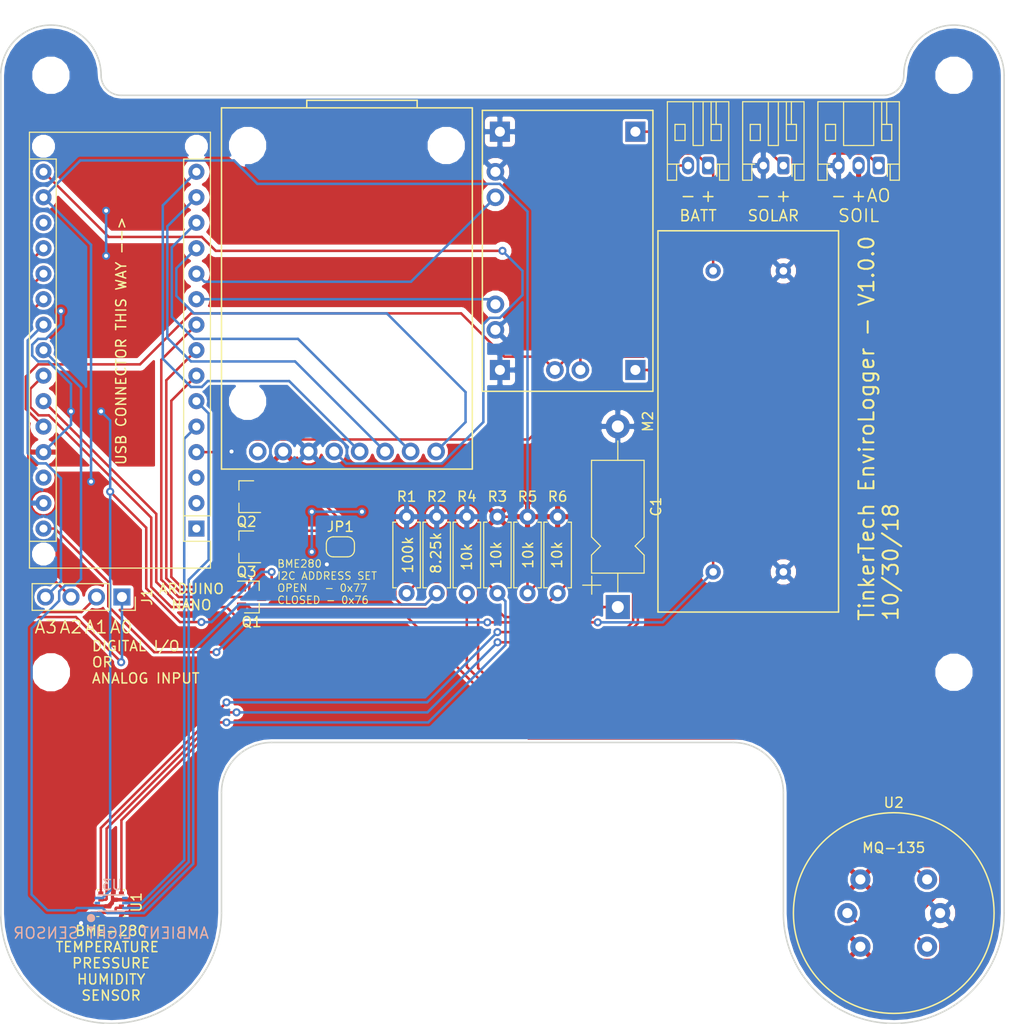
<source format=kicad_pcb>
(kicad_pcb (version 20171130) (host pcbnew "(5.0.1)-3")
  (layers (0 F.Cu signal) (31 B.Cu signal) (34 B.Paste user) (35 F.Paste user) (36 B.SilkS user) (37 F.SilkS user) (38 B.Mask user) (39 F.Mask user) (44 Edge.Cuts user))
  (net 0 "")
  (net 1 D1)
  (net 2 +3V3)
  (net 3 D0)
  (net 4 "Net-(A1-Pad18)")
  (net 5 "Net-(A1-Pad3)")
  (net 6 "Net-(A1-Pad19)")
  (net 7 "Net-(A1-Pad20)")
  (net 8 GAIN_CTR_1)
  (net 9 "Net-(A1-Pad21)")
  (net 10 GAIN_CTR_2)
  (net 11 "Net-(A1-Pad22)")
  (net 12 SDA_5V)
  (net 13 SCK_5V)
  (net 14 MQ-150_OUT)
  (net 15 MQ-150_Toggle)
  (net 16 SOIL_MOISTURE_OUT)
  (net 17 CHG_ACTIVE)
  (net 18 BATT+)
  (net 19 CHG_STBY)
  (net 20 +5V)
  (net 21 CARD_DETECT)
  (net 22 "Net-(A1-Pad28)")
  (net 23 SPI_SS)
  (net 24 SPI_MOSI)
  (net 25 NANO_VIN)
  (net 26 SPI_MISO)
  (net 27 SPI_CLK)
  (net 28 BATT-)
  (net 29 SOLAR+)
  (net 30 "Net-(JP1-Pad1)")
  (net 31 "Net-(M3-Pad8)")
  (net 32 "Net-(Q1-Pad2)")
  (net 33 SDA_3.3V)
  (net 34 SCK_3.3V)
  (net 35 "Net-(R4-Pad1)")
  (net 36 "Net-(U3-Pad4)")
  (net 37 GND)
  (net 38 LIGHT_SENSE_CURRENT)
  (module Module:Arduino_Nano_WithMountingHoles (layer F.Cu) (at 31.5 148.68 180)
    (fp_text reference A1 hide)
    (fp_text value Arduino_Nano_v3.x)
    (pad 1 thru_hole rect (at 0 0 180) (size 1.6 1.6) (drill 0.8) (layers *.Cu *.Mask) (net 1 D1))
    (pad 17 thru_hole oval (at 15.24 33.02 180) (size 1.6 1.6) (drill 0.8) (layers *.Cu *.Mask) (net 2 +3V3))
    (pad 2 thru_hole oval (at 0 2.54 180) (size 1.6 1.6) (drill 0.8) (layers *.Cu *.Mask) (net 3 D0))
    (pad 18 thru_hole oval (at 15.24 30.48 180) (size 1.6 1.6) (drill 0.8) (layers *.Cu *.Mask) (net 4 "Net-(A1-Pad18)"))
    (pad 3 thru_hole oval (at 0 5.08 180) (size 1.6 1.6) (drill 0.8) (layers *.Cu *.Mask) (net 5 "Net-(A1-Pad3)"))
    (pad 19 thru_hole oval (at 15.24 27.94 180) (size 1.6 1.6) (drill 0.8) (layers *.Cu *.Mask) (net 6 "Net-(A1-Pad19)"))
    (pad 4 thru_hole oval (at 0 7.62 180) (size 1.6 1.6) (drill 0.8) (layers *.Cu *.Mask) (net 37 GND))
    (pad 20 thru_hole oval (at 15.24 25.4 180) (size 1.6 1.6) (drill 0.8) (layers *.Cu *.Mask) (net 7 "Net-(A1-Pad20)"))
    (pad 5 thru_hole oval (at 0 10.16 180) (size 1.6 1.6) (drill 0.8) (layers *.Cu *.Mask) (net 8 GAIN_CTR_1))
    (pad 21 thru_hole oval (at 15.24 22.86 180) (size 1.6 1.6) (drill 0.8) (layers *.Cu *.Mask) (net 9 "Net-(A1-Pad21)"))
    (pad 6 thru_hole oval (at 0 12.7 180) (size 1.6 1.6) (drill 0.8) (layers *.Cu *.Mask) (net 10 GAIN_CTR_2))
    (pad 22 thru_hole oval (at 15.24 20.32 180) (size 1.6 1.6) (drill 0.8) (layers *.Cu *.Mask) (net 11 "Net-(A1-Pad22)"))
    (pad 7 thru_hole oval (at 0 15.24 180) (size 1.6 1.6) (drill 0.8) (layers *.Cu *.Mask) (net 12 SDA_5V))
    (pad 23 thru_hole oval (at 15.24 17.78 180) (size 1.6 1.6) (drill 0.8) (layers *.Cu *.Mask) (net 38 LIGHT_SENSE_CURRENT))
    (pad 8 thru_hole oval (at 0 17.78 180) (size 1.6 1.6) (drill 0.8) (layers *.Cu *.Mask) (net 13 SCK_5V))
    (pad 24 thru_hole oval (at 15.24 15.24 180) (size 1.6 1.6) (drill 0.8) (layers *.Cu *.Mask) (net 14 MQ-150_OUT))
    (pad 9 thru_hole oval (at 0 20.32 180) (size 1.6 1.6) (drill 0.8) (layers *.Cu *.Mask) (net 15 MQ-150_Toggle))
    (pad 25 thru_hole oval (at 15.24 12.7 180) (size 1.6 1.6) (drill 0.8) (layers *.Cu *.Mask) (net 16 SOIL_MOISTURE_OUT))
    (pad 10 thru_hole oval (at 0 22.86 180) (size 1.6 1.6) (drill 0.8) (layers *.Cu *.Mask) (net 17 CHG_ACTIVE))
    (pad 26 thru_hole oval (at 15.24 10.16 180) (size 1.6 1.6) (drill 0.8) (layers *.Cu *.Mask) (net 18 BATT+))
    (pad 11 thru_hole oval (at 0 25.4 180) (size 1.6 1.6) (drill 0.8) (layers *.Cu *.Mask) (net 19 CHG_STBY))
    (pad 27 thru_hole oval (at 15.24 7.62 180) (size 1.6 1.6) (drill 0.8) (layers *.Cu *.Mask) (net 20 +5V))
    (pad 12 thru_hole oval (at 0 27.94 180) (size 1.6 1.6) (drill 0.8) (layers *.Cu *.Mask) (net 21 CARD_DETECT))
    (pad 28 thru_hole oval (at 15.24 5.08 180) (size 1.6 1.6) (drill 0.8) (layers *.Cu *.Mask) (net 22 "Net-(A1-Pad28)"))
    (pad 13 thru_hole oval (at 0 30.48 180) (size 1.6 1.6) (drill 0.8) (layers *.Cu *.Mask) (net 23 SPI_SS))
    (pad 29 thru_hole oval (at 15.24 2.54 180) (size 1.6 1.6) (drill 0.8) (layers *.Cu *.Mask) (net 37 GND))
    (pad 14 thru_hole oval (at 0 33.02 180) (size 1.6 1.6) (drill 0.8) (layers *.Cu *.Mask) (net 24 SPI_MOSI))
    (pad 30 thru_hole oval (at 15.24 0 180) (size 1.6 1.6) (drill 0.8) (layers *.Cu *.Mask) (net 25 NANO_VIN))
    (pad 15 thru_hole oval (at 0 35.56 180) (size 1.6 1.6) (drill 0.8) (layers *.Cu *.Mask) (net 26 SPI_MISO))
    (pad 16 thru_hole oval (at 15.24 35.56 180) (size 1.6 1.6) (drill 0.8) (layers *.Cu *.Mask) (net 27 SPI_CLK))
    (pad "" np_thru_hole circle (at 0 -2.54 180) (size 1.78 1.78) (drill 1.78) (layers *.Cu *.Mask))
    (pad "" np_thru_hole circle (at 15.24 -2.54 180) (size 1.78 1.78) (drill 1.78) (layers *.Cu *.Mask))
    (pad "" np_thru_hole circle (at 15.24 38.1 180) (size 1.78 1.78) (drill 1.78) (layers *.Cu *.Mask))
    (pad "" np_thru_hole circle (at 0 38.1 180) (size 1.78 1.78) (drill 1.78) (layers *.Cu *.Mask))
  )
  (module MountingHole:MountingHole_3.2mm_M3 (layer F.Cu) (at 17 163)
    (fp_text reference REF**)
    (fp_text value MountingHole_3.2mm_M3)
    (pad 1 np_thru_hole circle (at 0 0) (size 3.2 3.2) (drill 3.2) (layers *.Cu *.Mask))
  )
  (module MountingHole:MountingHole_3.2mm_M3 (layer F.Cu) (at 17 103.5)
    (fp_text reference REF**)
    (fp_text value MountingHole_3.2mm_M3)
    (pad 1 np_thru_hole circle (at 0 0) (size 3.2 3.2) (drill 3.2) (layers *.Cu *.Mask))
  )
  (module TT_Module:RobotDyn_Li-Ion_Charger_W-Protection (layer F.Cu) (at 68.5 121 270)
    (fp_text reference M1 hide)
    (fp_text value RobotDyn_Li-Ion_Charger_W-Protection)
    (pad 1 thru_hole rect (at -11.875 -6.75 270) (size 2 2) (drill 1) (layers *.Cu *.Mask) (net 29 SOLAR+))
    (pad 2 thru_hole rect (at -11.875 6.75 270) (size 2 2) (drill 1) (layers *.Cu *.Mask) (net 37 GND))
    (pad 3 thru_hole circle (at -7.875 7.2 270) (size 1.75 1.75) (drill 1) (layers *.Cu *.Mask) (net 37 GND))
    (pad 4 thru_hole circle (at -5.335 7.2 270) (size 1.75 1.75) (drill 1) (layers *.Cu *.Mask) (net 19 CHG_STBY))
    (pad 5 thru_hole circle (at 5.335 7.2 270) (size 1.75 1.75) (drill 1) (layers *.Cu *.Mask) (net 17 CHG_ACTIVE))
    (pad 6 thru_hole circle (at 7.875 7.2 270) (size 1.75 1.75) (drill 1) (layers *.Cu *.Mask) (net 37 GND))
    (pad 7 thru_hole rect (at 11.875 6.75 270) (size 2 2) (drill 1) (layers *.Cu *.Mask) (net 37 GND))
    (pad 8 thru_hole circle (at 11.875 1.27 270) (size 1.75 1.75) (drill 1) (layers *.Cu *.Mask) (net 18 BATT+))
    (pad 9 thru_hole circle (at 11.875 -1.27 270) (size 1.75 1.75) (drill 1) (layers *.Cu *.Mask) (net 28 BATT-))
    (pad 10 thru_hole rect (at 11.875 -6.75 270) (size 2 2) (drill 1) (layers *.Cu *.Mask) (net 25 NANO_VIN))
  )
  (module Connector_JST:JST_PH_S2B-PH-K_1x02_P2.00mm_Horizontal (layer F.Cu) (at 82.5 112.5 180)
    (fp_text reference J4 hide)
    (fp_text value Conn_01x02_Male)
    (pad 1 thru_hole roundrect (at 0 0 180) (size 1.2 1.75) (drill 0.75) (layers *.Cu *.Mask) (roundrect_rratio 0.208333) (net 18 BATT+))
    (pad 2 thru_hole oval (at 2 0 180) (size 1.2 1.75) (drill 0.75) (layers *.Cu *.Mask) (net 28 BATT-))
  )
  (module MountingHole:MountingHole_3.2mm_M3 (layer F.Cu) (at 107 103.5)
    (fp_text reference REF**)
    (fp_text value MountingHole_3.2mm_M3)
    (pad 1 np_thru_hole circle (at 0 0) (size 3.2 3.2) (drill 3.2) (layers *.Cu *.Mask))
  )
  (module MountingHole:MountingHole_3.2mm_M3 (layer F.Cu) (at 107 163)
    (fp_text reference REF**)
    (fp_text value MountingHole_3.2mm_M3)
    (pad 1 np_thru_hole circle (at 0 0) (size 3.2 3.2) (drill 3.2) (layers *.Cu *.Mask))
  )
  (module Connector_JST:JST_PH_S3B-PH-K_1x03_P2.00mm_Horizontal (layer F.Cu) (at 99.5 112.5 180)
    (fp_text reference J3 hide)
    (fp_text value Conn_01x03_Male)
    (pad 1 thru_hole roundrect (at 0 0 180) (size 1.2 1.75) (drill 0.75) (layers *.Cu *.Mask) (roundrect_rratio 0.208333) (net 16 SOIL_MOISTURE_OUT))
    (pad 2 thru_hole oval (at 2 0 180) (size 1.2 1.75) (drill 0.75) (layers *.Cu *.Mask) (net 20 +5V))
    (pad 3 thru_hole oval (at 4 0 180) (size 1.2 1.75) (drill 0.75) (layers *.Cu *.Mask) (net 37 GND))
  )
  (module Connector_JST:JST_PH_S2B-PH-K_1x02_P2.00mm_Horizontal (layer F.Cu) (at 90 112.5 180)
    (fp_text reference J5 hide)
    (fp_text value Conn_01x02_Male)
    (pad 1 thru_hole roundrect (at 0 0 180) (size 1.2 1.75) (drill 0.75) (layers *.Cu *.Mask) (roundrect_rratio 0.208333) (net 29 SOLAR+))
    (pad 2 thru_hole oval (at 2 0 180) (size 1.2 1.75) (drill 0.75) (layers *.Cu *.Mask) (net 37 GND))
  )
  (module Jumper:SolderJumper-2_P1.3mm_Open_RoundedPad1.0x1.5mm (layer F.Cu) (at 45.85 150.5 180)
    (fp_text reference JP1 (at 0 2 180) (layer F.SilkS))
    (fp_text value SolderJumper_2_Open)
    (pad 1 smd custom (at -0.65 0 180) (size 1 0.5) (layers F.Cu F.Mask) (net 30 "Net-(JP1-Pad1)") (options (clearance outline) (anchor rect)) (primitives (gr_circle (center 0 0.25) (end 0.5 0.25) (width 0)) (gr_circle (center 0 -0.25) (end 0.5 -0.25) (width 0)) (gr_poly (pts (xy 0 -0.75) (xy 0.5 -0.75) (xy 0.5 0.75) (xy 0 0.75)) (width 0))))
    (pad 2 smd custom (at 0.65 0 180) (size 1 0.5) (layers F.Cu F.Mask) (net 37 GND) (options (clearance outline) (anchor rect)) (primitives (gr_circle (center 0 0.25) (end 0.5 0.25) (width 0)) (gr_circle (center 0 -0.25) (end 0.5 -0.25) (width 0)) (gr_poly (pts (xy 0 -0.75) (xy -0.5 -0.75) (xy -0.5 0.75) (xy 0 0.75)) (width 0))))
  )
  (module Package_TO_SOT_SMD:SOT-23 (layer F.Cu) (at 37 155.5)
    (fp_text reference Q1 (at 0 2.5) (layer F.SilkS))
    (fp_text value BSS138)
    (pad 1 smd rect (at -1 -0.95) (size 0.9 0.8) (layers F.Cu F.Paste F.Mask) (net 15 MQ-150_Toggle))
    (pad 2 smd rect (at -1 0.95) (size 0.9 0.8) (layers F.Cu F.Paste F.Mask) (net 32 "Net-(Q1-Pad2)"))
    (pad 3 smd rect (at 1 0) (size 0.9 0.8) (layers F.Cu F.Paste F.Mask) (net 20 +5V))
  )
  (module Package_TO_SOT_SMD:SOT-23 (layer F.Cu) (at 36.5 145.5 180)
    (fp_text reference Q2 (at 0 -2.5 180) (layer F.SilkS))
    (fp_text value BSS138)
    (pad 1 smd rect (at -1 -0.95 180) (size 0.9 0.8) (layers F.Cu F.Paste F.Mask) (net 2 +3V3))
    (pad 2 smd rect (at -1 0.95 180) (size 0.9 0.8) (layers F.Cu F.Paste F.Mask) (net 33 SDA_3.3V))
    (pad 3 smd rect (at 1 0 180) (size 0.9 0.8) (layers F.Cu F.Paste F.Mask) (net 12 SDA_5V))
  )
  (module Package_TO_SOT_SMD:SOT-23 (layer F.Cu) (at 36.5 150.5 180)
    (fp_text reference Q3 (at 0 -2.5 180) (layer F.SilkS))
    (fp_text value BSS138)
    (pad 3 smd rect (at 1 0 180) (size 0.9 0.8) (layers F.Cu F.Paste F.Mask) (net 13 SCK_5V))
    (pad 2 smd rect (at -1 0.95 180) (size 0.9 0.8) (layers F.Cu F.Paste F.Mask) (net 34 SCK_3.3V))
    (pad 1 smd rect (at -1 -0.95 180) (size 0.9 0.8) (layers F.Cu F.Paste F.Mask) (net 2 +3V3))
  )
  (module Resistor_THT:R_Axial_DIN0207_L6.3mm_D2.5mm_P7.62mm_Horizontal (layer F.Cu) (at 52.45 155.12 90)
    (fp_text reference R1 (at 9.62 0 180) (layer F.SilkS))
    (fp_text value 100k (at 3.81 0.13 90) (layer F.SilkS))
    (pad 2 thru_hole oval (at 7.62 0 90) (size 1.6 1.6) (drill 0.8) (layers *.Cu *.Mask) (net 37 GND))
    (pad 1 thru_hole circle (at 0 0 90) (size 1.6 1.6) (drill 0.8) (layers *.Cu *.Mask) (net 32 "Net-(Q1-Pad2)"))
  )
  (module Resistor_THT:R_Axial_DIN0207_L6.3mm_D2.5mm_P7.62mm_Horizontal (layer F.Cu) (at 55.45 155.12 90)
    (fp_text reference R2 (at 9.62 0 180) (layer F.SilkS))
    (fp_text value 8.25k (at 4.01 -0.07 90) (layer F.SilkS))
    (pad 1 thru_hole circle (at 0 0 90) (size 1.6 1.6) (drill 0.8) (layers *.Cu *.Mask) (net 38 LIGHT_SENSE_CURRENT))
    (pad 2 thru_hole oval (at 7.62 0 90) (size 1.6 1.6) (drill 0.8) (layers *.Cu *.Mask) (net 37 GND))
  )
  (module Resistor_THT:R_Axial_DIN0207_L6.3mm_D2.5mm_P7.62mm_Horizontal (layer F.Cu) (at 61.5 147.5 270)
    (fp_text reference R3 (at -2 0) (layer F.SilkS))
    (fp_text value 10k (at 3.81 0.12 270) (layer F.SilkS))
    (pad 2 thru_hole oval (at 7.62 0 270) (size 1.6 1.6) (drill 0.8) (layers *.Cu *.Mask) (net 30 "Net-(JP1-Pad1)"))
    (pad 1 thru_hole circle (at 0 0 270) (size 1.6 1.6) (drill 0.8) (layers *.Cu *.Mask) (net 2 +3V3))
  )
  (module Resistor_THT:R_Axial_DIN0207_L6.3mm_D2.5mm_P7.62mm_Horizontal (layer F.Cu) (at 58.45 155.12 90)
    (fp_text reference R4 (at 9.62 0 -180) (layer F.SilkS))
    (fp_text value 10k (at 3.61 0 90) (layer F.SilkS))
    (pad 1 thru_hole circle (at 0 0 90) (size 1.6 1.6) (drill 0.8) (layers *.Cu *.Mask) (net 35 "Net-(R4-Pad1)"))
    (pad 2 thru_hole oval (at 7.62 0 90) (size 1.6 1.6) (drill 0.8) (layers *.Cu *.Mask) (net 37 GND))
  )
  (module Resistor_THT:R_Axial_DIN0207_L6.3mm_D2.5mm_P7.62mm_Horizontal (layer F.Cu) (at 64.5 155.12 90)
    (fp_text reference R5 (at 9.62 0 180) (layer F.SilkS))
    (fp_text value 10k (at 3.81 0.06 90) (layer F.SilkS))
    (pad 1 thru_hole circle (at 0 0 90) (size 1.6 1.6) (drill 0.8) (layers *.Cu *.Mask) (net 33 SDA_3.3V))
    (pad 2 thru_hole oval (at 7.62 0 90) (size 1.6 1.6) (drill 0.8) (layers *.Cu *.Mask) (net 2 +3V3))
  )
  (module Resistor_THT:R_Axial_DIN0207_L6.3mm_D2.5mm_P7.62mm_Horizontal (layer F.Cu) (at 67.5 155.12 90)
    (fp_text reference R6 (at 9.62 0 180) (layer F.SilkS))
    (fp_text value 10k (at 3.81 -0.06 90) (layer F.SilkS))
    (pad 2 thru_hole oval (at 7.62 0 90) (size 1.6 1.6) (drill 0.8) (layers *.Cu *.Mask) (net 2 +3V3))
    (pad 1 thru_hole circle (at 0 0 90) (size 1.6 1.6) (drill 0.8) (layers *.Cu *.Mask) (net 34 SCK_3.3V))
  )
  (module Package_LGA:Bosch_LGA-8_2.5x2.5mm_P0.65mm_ClockwisePinNumbering (layer F.Cu) (at 23 186 90)
    (fp_text reference U1 (at 0.075 2.525 90) (layer F.SilkS))
    (fp_text value BME280)
    (pad 4 smd rect (at 0.975 -1.025 180) (size 0.5 0.35) (layers F.Cu F.Paste F.Mask) (net 34 SCK_3.3V))
    (pad 3 smd rect (at 0.325 -1.025 180) (size 0.5 0.35) (layers F.Cu F.Paste F.Mask) (net 33 SDA_3.3V))
    (pad 2 smd rect (at -0.325 -1.025 180) (size 0.5 0.35) (layers F.Cu F.Paste F.Mask) (net 2 +3V3))
    (pad 1 smd rect (at -0.975 -1.025 180) (size 0.5 0.35) (layers F.Cu F.Paste F.Mask) (net 37 GND))
    (pad 8 smd rect (at -0.975 1.025 180) (size 0.5 0.35) (layers F.Cu F.Paste F.Mask) (net 2 +3V3))
    (pad 7 smd rect (at -0.325 1.025 180) (size 0.5 0.35) (layers F.Cu F.Paste F.Mask) (net 37 GND))
    (pad 6 smd rect (at 0.325 1.025 180) (size 0.5 0.35) (layers F.Cu F.Paste F.Mask) (net 2 +3V3))
    (pad 5 smd rect (at 0.975 1.025 180) (size 0.5 0.35) (layers F.Cu F.Paste F.Mask) (net 30 "Net-(JP1-Pad1)"))
  )
  (module Sensor_Optical:WSOF6 (layer B.Cu) (at 23 186)
    (fp_text reference U3 (at 0.1 -1.8) (layer B.SilkS) (effects (justify mirror)))
    (fp_text value BH1603FVC)
    (pad 6 smd rect (at 1.375 0.5) (size 0.55 0.25) (layers B.Cu B.Paste B.Mask) (net 10 GAIN_CTR_2))
    (pad 5 smd rect (at 1.375 0) (size 0.55 0.25) (layers B.Cu B.Paste B.Mask) (net 8 GAIN_CTR_1))
    (pad 4 smd rect (at 1.375 -0.5) (size 0.55 0.25) (layers B.Cu B.Paste B.Mask) (net 36 "Net-(U3-Pad4)"))
    (pad 3 smd rect (at -1.375 -0.5) (size 0.55 0.25) (layers B.Cu B.Paste B.Mask) (net 20 +5V))
    (pad 2 smd rect (at -1.375 0) (size 0.55 0.25) (layers B.Cu B.Paste B.Mask) (net 37 GND))
    (pad 1 smd rect (at -1.375 0.5) (size 0.55 0.25) (layers B.Cu B.Paste B.Mask) (net 38 LIGHT_SENSE_CURRENT))
  )
  (module Capacitor_THT:CP_Axial_L11.0mm_D5.0mm_P18.00mm_Horizontal (layer F.Cu) (at 73.5 156.5 90)
    (fp_text reference C1 (at 10 3.81 -90) (layer F.SilkS))
    (fp_text value 12uF)
    (pad 1 thru_hole rect (at 0 0 90) (size 2.4 2.4) (drill 1.2) (layers *.Cu *.Mask) (net 38 LIGHT_SENSE_CURRENT))
    (pad 2 thru_hole oval (at 18 0 90) (size 2.4 2.4) (drill 1.2) (layers *.Cu *.Mask) (net 37 GND))
  )
  (module Sensor_Gas:MQ-135 (layer F.Cu) (at 101 187)
    (fp_text reference U2 (at 0 -11) (layer F.SilkS))
    (fp_text value MQ-135)
    (pad 1 thru_hole circle (at -3.325 -3.35) (size 2 2) (drill 1) (layers *.Cu *.Mask) (net 20 +5V))
    (pad 2 thru_hole circle (at -4.625 0) (size 2 2) (drill 1) (layers *.Cu *.Mask) (net 32 "Net-(Q1-Pad2)"))
    (pad 3 thru_hole circle (at -3.325 3.35) (size 2 2) (drill 1) (layers *.Cu *.Mask) (net 20 +5V))
    (pad 4 thru_hole circle (at 3.325 3.35) (size 2 2) (drill 1) (layers *.Cu *.Mask) (net 35 "Net-(R4-Pad1)"))
    (pad 5 thru_hole circle (at 4.625 0) (size 2 2) (drill 1) (layers *.Cu *.Mask) (net 37 GND))
    (pad 6 thru_hole circle (at 3.325 -3.35) (size 2 2) (drill 1) (layers *.Cu *.Mask) (net 14 MQ-150_OUT))
  )
  (module Connector_PinSocket_2.54mm:PinSocket_1x04_P2.54mm_Vertical (layer F.Cu) (at 24.08 155.5 270)
    (fp_text reference J1 (at 0 -2.5 270) (layer F.SilkS))
    (fp_text value Conn_01x04_Female)
    (pad 1 thru_hole rect (at 0 0 270) (size 1.7 1.7) (drill 1) (layers *.Cu *.Mask) (net 6 "Net-(A1-Pad19)"))
    (pad 2 thru_hole oval (at 0 2.54 270) (size 1.7 1.7) (drill 1) (layers *.Cu *.Mask) (net 7 "Net-(A1-Pad20)"))
    (pad 3 thru_hole oval (at 0 5.08 270) (size 1.7 1.7) (drill 1) (layers *.Cu *.Mask) (net 9 "Net-(A1-Pad21)"))
    (pad 4 thru_hole oval (at 0 7.62 270) (size 1.7 1.7) (drill 1) (layers *.Cu *.Mask) (net 11 "Net-(A1-Pad22)"))
  )
  (module TT_Module:MT3608_Boost_Regulator (layer F.Cu) (at 86.5 138 90)
    (fp_text reference M2 (at 0 -10 90) (layer F.SilkS))
    (fp_text value MT3608_Boost_Regulator)
    (pad 1 thru_hole circle (at -15 -3.5 90) (size 1.524 1.524) (drill 0.762) (layers *.Cu *.Mask) (net 25 NANO_VIN))
    (pad 2 thru_hole circle (at -15 3.5 90) (size 1.524 1.524) (drill 0.762) (layers *.Cu *.Mask) (net 37 GND))
    (pad 3 thru_hole circle (at 15 3.5 90) (size 1.524 1.524) (drill 0.762) (layers *.Cu *.Mask) (net 37 GND))
    (pad 4 thru_hole circle (at 15 -3.5 90) (size 1.524 1.524) (drill 0.762) (layers *.Cu *.Mask) (net 18 BATT+))
  )
  (module TT_Module:RobotDyn_MicroSD_Card_Reader (layer F.Cu) (at 46.5 141 270)
    (fp_text reference M3 hide)
    (fp_text value RobotDyn_MicroSD_Card_Reader)
    (pad 8 thru_hole circle (at 0 8.89 270) (size 1.75 1.75) (drill 1) (layers *.Cu *.Mask) (net 31 "Net-(M3-Pad8)"))
    (pad 7 thru_hole circle (at 0 6.35 270) (size 1.75 1.75) (drill 1) (layers *.Cu *.Mask) (net 2 +3V3))
    (pad 6 thru_hole circle (at 0 3.81 270) (size 1.75 1.75) (drill 1) (layers *.Cu *.Mask) (net 37 GND))
    (pad 5 thru_hole circle (at 0 1.27 270) (size 1.75 1.75) (drill 1) (layers *.Cu *.Mask) (net 27 SPI_CLK))
    (pad 4 thru_hole circle (at 0 -1.27 270) (size 1.75 1.75) (drill 1) (layers *.Cu *.Mask) (net 26 SPI_MISO))
    (pad 3 thru_hole circle (at 0 -3.81 270) (size 1.75 1.75) (drill 1) (layers *.Cu *.Mask) (net 24 SPI_MOSI))
    (pad 2 thru_hole circle (at 0 -6.35 270) (size 1.75 1.75) (drill 1) (layers *.Cu *.Mask) (net 23 SPI_SS))
    (pad 1 thru_hole circle (at 0 -8.89 270) (size 1.75 1.75) (drill 1) (layers *.Cu *.Mask) (net 21 CARD_DETECT))
    (pad "" np_thru_hole circle (at -5 -9.9 270) (size 3.2 3.2) (drill 3.2) (layers *.Cu *.Mask))
    (pad "" np_thru_hole circle (at -5 9.9 270) (size 3.2 3.2) (drill 3.2) (layers *.Cu *.Mask))
    (pad "" np_thru_hole circle (at -30.5 9.9 270) (size 3.2 3.2) (drill 3.2) (layers *.Cu *.Mask))
    (pad "" np_thru_hole circle (at -30.5 -9.9 270) (size 3.2 3.2) (drill 3.2) (layers *.Cu *.Mask))
  )
  (gr_arc (start 85 175) (end 90 175) (angle -90) (layer Edge.Cuts) (width 0.15))
  (gr_arc (start 39 175) (end 39 170) (angle -90) (layer Edge.Cuts) (width 0.15))
  (gr_line (start 85 170) (end 39 170) (layer Edge.Cuts) (width 0.15))
  (gr_line (start 34 187) (end 34 175) (layer Edge.Cuts) (width 0.15))
  (gr_arc (start 23 187) (end 12 187) (angle -180) (layer Edge.Cuts) (width 0.15))
  (gr_line (start 90 187) (end 90 175) (layer Edge.Cuts) (width 0.15))
  (gr_arc (start 101 187) (end 90 187) (angle -180) (layer Edge.Cuts) (width 0.15))
  (gr_arc (start 100 103.5) (end 100 105.5) (angle -90) (layer Edge.Cuts) (width 0.15))
  (gr_arc (start 107 103.5) (end 112 103.5) (angle -180) (layer Edge.Cuts) (width 0.15))
  (gr_arc (start 24 103.5) (end 22 103.5) (angle -90) (layer Edge.Cuts) (width 0.15))
  (gr_arc (start 17 103.5) (end 22 103.5) (angle -90) (layer Edge.Cuts) (width 0.15))
  (gr_arc (start 17 103.5) (end 17 98.5) (angle -90) (layer Edge.Cuts) (width 0.15))
  (gr_line (start 12 103.5) (end 12 187) (layer Edge.Cuts) (width 0.15))
  (gr_line (start 100 105.5) (end 24 105.5) (layer Edge.Cuts) (width 0.15))
  (gr_line (start 112 187) (end 112 103.5) (layer Edge.Cuts) (width 0.15))
  (gr_text "DIGITAL I/O\nOR\nANALOG INPUT" (at 21 162) (layer F.SilkS) (effects (font (size 1 1)) (justify left)))
  (gr_text "ARDUINO\nNANO" (at 31 155.5) (layer F.SilkS) (effects (font (size 1 1))))
  (gr_text - (at 80.5 115.5) (layer F.SilkS) (effects (font (size 1.25 1.25))))
  (gr_text "USB CONNECTOR THIS WAY -->" (at 24 142.43 90) (layer F.SilkS) (effects (font (size 1 1)) (justify left)))
  (gr_circle (center 21 187.5) (end 21.2 187.5) (layer B.SilkS) (width 0.4))
  (gr_circle (center 21 187.5) (end 21.2 187.5) (layer F.SilkS) (width 0.4))
  (gr_text "TinkerTech EnviroLogger - V1.0.0\n10/30/18" (at 99.5 158 90) (layer F.SilkS) (effects (font (size 1.5 1.5) (thickness 0.2)) (justify left)))
  (gr_text "BME280 \nI2C ADDRESS SET\nOPEN   - 0x77\nCLOSED - 0x76" (at 39.5 154) (layer F.SilkS) (effects (font (size 0.75 0.75) (thickness 0.1)) (justify left)))
  (gr_text "BME-280\nTEMPERATURE \nPRESSURE\nHUMIDITY\nSENSOR" (at 23 192) (layer F.SilkS) (effects (font (size 1 1))))
  (gr_text MQ-135 (at 101 180.5) (layer F.SilkS) (effects (font (size 1 1))))
  (gr_text SOLAR (at 89 117.5) (layer F.SilkS) (effects (font (size 1.1 1.1))))
  (gr_text "AMBIENT LIGHT SENSOR" (at 23 189) (layer B.SilkS) (effects (font (size 1.1 1.1)) (justify mirror)))
  (gr_line (start 60 135) (end 60 134.5) (layer F.SilkS) (width 0.15))
  (gr_text A0 (at 24 158.5) (layer F.SilkS) (effects (font (size 1.25 1.25))))
  (gr_text A1 (at 21.5 158.5) (layer F.SilkS) (effects (font (size 1.25 1.25))))
  (gr_text A2 (at 19 158.5) (layer F.SilkS) (effects (font (size 1.25 1.25))))
  (gr_text A3 (at 16.5 158.5) (layer F.SilkS) (effects (font (size 1.25 1.25))))
  (gr_text + (at 82.5 115.5) (layer F.SilkS) (effects (font (size 1.25 1.25))))
  (gr_text + (at 90 115.5) (layer F.SilkS) (effects (font (size 1.25 1.25))))
  (gr_text + (at 97.5 115.5) (layer F.SilkS) (effects (font (size 1.25 1.25))))
  (gr_text AO (at 99.5 115.5) (layer F.SilkS) (effects (font (size 1.25 1.25))))
  (gr_text - (at 95.5 115.5) (layer F.SilkS) (effects (font (size 1.25 1.25))))
  (gr_text - (at 88 115.5) (layer F.SilkS) (effects (font (size 1.25 1.25))))
  (gr_text SOIL (at 97.5 117.5) (layer F.SilkS) (effects (font (size 1.25 1.25))))
  (gr_text BATT (at 81.5 117.5) (layer F.SilkS) (effects (font (size 1.1 1.1))))
  (segment (start 61.5 147.5) (end 64.5 147.5) (width 0.25) (layer F.Cu) (net 2))
  (segment (start 64.5 147.5) (end 67.5 147.5) (width 0.25) (layer F.Cu) (net 2))
  (via (at 43 147) (size 0.8) (drill 0.4) (layers F.Cu B.Cu) (net 2))
  (via (at 48 147) (size 0.8) (drill 0.4) (layers F.Cu B.Cu) (net 2))
  (segment (start 43 147) (end 48 147) (width 0.25) (layer B.Cu) (net 2))
  (via (at 43 151) (size 0.8) (drill 0.4) (layers F.Cu B.Cu) (net 2))
  (segment (start 43 151) (end 43 147) (width 0.25) (layer B.Cu) (net 2))
  (segment (start 64.5 146.36863) (end 64.5 147.5) (width 0.25) (layer B.Cu) (net 2))
  (segment (start 64.5 117.088998) (end 64.5 146.36863) (width 0.25) (layer B.Cu) (net 2))
  (segment (start 61.736003 114.325001) (end 64.5 117.088998) (width 0.25) (layer B.Cu) (net 2))
  (segment (start 37.575999 114.325001) (end 61.736003 114.325001) (width 0.25) (layer B.Cu) (net 2))
  (segment (start 35.245997 111.994999) (end 37.575999 114.325001) (width 0.25) (layer B.Cu) (net 2))
  (segment (start 19.925001 111.994999) (end 35.245997 111.994999) (width 0.25) (layer B.Cu) (net 2))
  (segment (start 16.26 115.66) (end 19.925001 111.994999) (width 0.25) (layer B.Cu) (net 2))
  (via (at 21 144) (size 0.8) (drill 0.4) (layers F.Cu B.Cu) (net 2))
  (segment (start 16.26 115.66) (end 21 120.4) (width 0.25) (layer B.Cu) (net 2))
  (segment (start 21 143.434315) (end 21 144) (width 0.25) (layer B.Cu) (net 2))
  (segment (start 21 120.4) (end 21 143.434315) (width 0.25) (layer B.Cu) (net 2))
  (segment (start 13 155.051822) (end 15.448178 157.5) (width 0.25) (layer F.Cu) (net 6))
  (segment (start 16.26 120.74) (end 13 124) (width 0.25) (layer F.Cu) (net 6))
  (segment (start 13 124) (end 13 155.051822) (width 0.25) (layer F.Cu) (net 6))
  (via (at 24 162) (size 0.8) (drill 0.4) (layers F.Cu B.Cu) (net 6))
  (segment (start 24.08 155.5) (end 24.08 161.92) (width 0.25) (layer B.Cu) (net 6))
  (segment (start 24.08 161.92) (end 24 162) (width 0.25) (layer B.Cu) (net 6))
  (segment (start 19.5 157.5) (end 15.448178 157.5) (width 0.25) (layer F.Cu) (net 6))
  (segment (start 24 162) (end 19.5 157.5) (width 0.25) (layer F.Cu) (net 6))
  (segment (start 15.460001 124.079999) (end 16.26 123.28) (width 0.25) (layer F.Cu) (net 7))
  (segment (start 13.5 126.04) (end 15.460001 124.079999) (width 0.25) (layer F.Cu) (net 7))
  (segment (start 13.5 154.915412) (end 13.5 126.04) (width 0.25) (layer F.Cu) (net 7))
  (segment (start 15.584588 157) (end 13.5 154.915412) (width 0.25) (layer F.Cu) (net 7))
  (segment (start 21.54 155.5) (end 20.04 157) (width 0.25) (layer F.Cu) (net 7))
  (segment (start 20.04 157) (end 15.584588 157) (width 0.25) (layer F.Cu) (net 7))
  (segment (start 26 186) (end 24.375 186) (width 0.25) (layer B.Cu) (net 8))
  (segment (start 30.284999 181.715001) (end 26 186) (width 0.25) (layer B.Cu) (net 8))
  (segment (start 31.5 138.52) (end 30.284999 139.735001) (width 0.25) (layer B.Cu) (net 8))
  (segment (start 30.284999 139.735001) (end 30.284999 181.715001) (width 0.25) (layer B.Cu) (net 8))
  (segment (start 15.460001 126.619999) (end 16.26 125.82) (width 0.25) (layer F.Cu) (net 9))
  (segment (start 14 128.08) (end 15.460001 126.619999) (width 0.25) (layer F.Cu) (net 9))
  (segment (start 14 152.5) (end 14 128.08) (width 0.25) (layer F.Cu) (net 9))
  (segment (start 15.5 154) (end 14 152.5) (width 0.25) (layer F.Cu) (net 9))
  (segment (start 19 155.5) (end 17.5 154) (width 0.25) (layer F.Cu) (net 9))
  (segment (start 17.5 154) (end 15.5 154) (width 0.25) (layer F.Cu) (net 9))
  (segment (start 24.375 186.5) (end 26 186.5) (width 0.25) (layer B.Cu) (net 10))
  (segment (start 32.715001 151.803201) (end 30.735009 153.783193) (width 0.25) (layer B.Cu) (net 10))
  (segment (start 31.5 135.98) (end 32.715001 137.195001) (width 0.25) (layer B.Cu) (net 10))
  (segment (start 32.715001 137.195001) (end 32.715001 151.803201) (width 0.25) (layer B.Cu) (net 10))
  (segment (start 26.13641 186.5) (end 26 186.5) (width 0.25) (layer B.Cu) (net 10))
  (segment (start 30.735008 181.901402) (end 26.13641 186.5) (width 0.25) (layer B.Cu) (net 10))
  (segment (start 30.735009 153.783193) (end 30.735008 181.901402) (width 0.25) (layer B.Cu) (net 10))
  (segment (start 15.460001 129.159999) (end 16.26 128.36) (width 0.25) (layer B.Cu) (net 11))
  (segment (start 14.68499 129.93501) (end 15.460001 129.159999) (width 0.25) (layer B.Cu) (net 11))
  (segment (start 14.68499 141.149992) (end 14.68499 129.93501) (width 0.25) (layer B.Cu) (net 11))
  (segment (start 15.719999 142.185001) (end 14.68499 141.149992) (width 0.25) (layer B.Cu) (net 11))
  (segment (start 16.510003 142.185001) (end 15.719999 142.185001) (width 0.25) (layer B.Cu) (net 11))
  (segment (start 18 143.674998) (end 16.510003 142.185001) (width 0.25) (layer B.Cu) (net 11))
  (segment (start 18 153.96) (end 18 143.674998) (width 0.25) (layer B.Cu) (net 11))
  (segment (start 16.46 155.5) (end 18 153.96) (width 0.25) (layer B.Cu) (net 11))
  (segment (start 34.5 145.5) (end 35.5 145.5) (width 0.25) (layer F.Cu) (net 12))
  (segment (start 34 146) (end 34.5 145.5) (width 0.25) (layer F.Cu) (net 12))
  (segment (start 29 135.94) (end 29 153.5) (width 0.25) (layer F.Cu) (net 12))
  (segment (start 31.5 133.44) (end 29 135.94) (width 0.25) (layer F.Cu) (net 12))
  (segment (start 29 153.5) (end 30 154.5) (width 0.25) (layer F.Cu) (net 12))
  (segment (start 30 154.5) (end 33 154.5) (width 0.25) (layer F.Cu) (net 12))
  (segment (start 33 154.5) (end 34 153.5) (width 0.25) (layer F.Cu) (net 12))
  (segment (start 34 153.5) (end 34 146) (width 0.25) (layer F.Cu) (net 12))
  (segment (start 34.8 150.5) (end 35.5 150.5) (width 0.25) (layer F.Cu) (net 13))
  (segment (start 34.5 150.8) (end 34.8 150.5) (width 0.25) (layer F.Cu) (net 13))
  (segment (start 31.5 130.9) (end 28.5 133.9) (width 0.25) (layer F.Cu) (net 13))
  (segment (start 28.5 133.9) (end 28.5 153.636411) (width 0.25) (layer F.Cu) (net 13))
  (segment (start 28.5 153.636411) (end 29.863589 155) (width 0.25) (layer F.Cu) (net 13))
  (segment (start 29.863589 155) (end 33.13641 155) (width 0.25) (layer F.Cu) (net 13))
  (segment (start 33.13641 155) (end 34.5 153.63641) (width 0.25) (layer F.Cu) (net 13))
  (segment (start 34.5 153.63641) (end 34.5 150.8) (width 0.25) (layer F.Cu) (net 13))
  (segment (start 90.27499 169.59999) (end 103.325001 182.650001) (width 0.25) (layer F.Cu) (net 14))
  (segment (start 64.59999 169.59999) (end 90.27499 169.59999) (width 0.25) (layer F.Cu) (net 14))
  (segment (start 52.5 157.5) (end 64.59999 169.59999) (width 0.25) (layer F.Cu) (net 14))
  (segment (start 35.5 157.5) (end 52.5 157.5) (width 0.25) (layer F.Cu) (net 14))
  (segment (start 34.5 156.5) (end 35.5 157.5) (width 0.25) (layer F.Cu) (net 14))
  (segment (start 29 156.5) (end 34.5 156.5) (width 0.25) (layer F.Cu) (net 14))
  (segment (start 27 154.5) (end 29 156.5) (width 0.25) (layer F.Cu) (net 14))
  (segment (start 14.95001 134.74999) (end 14.95001 136.5736) (width 0.25) (layer F.Cu) (net 14))
  (segment (start 16.26 133.44) (end 14.95001 134.74999) (width 0.25) (layer F.Cu) (net 14))
  (segment (start 14.95001 136.5736) (end 15.771409 137.394999) (width 0.25) (layer F.Cu) (net 14))
  (segment (start 15.771409 137.394999) (end 16.800001 137.394999) (width 0.25) (layer F.Cu) (net 14))
  (segment (start 103.325001 182.650001) (end 104.325 183.65) (width 0.25) (layer F.Cu) (net 14))
  (segment (start 16.800001 137.394999) (end 27 147.594998) (width 0.25) (layer F.Cu) (net 14))
  (segment (start 27 147.594998) (end 27 154.5) (width 0.25) (layer F.Cu) (net 14))
  (segment (start 35.014998 154.55) (end 36 154.55) (width 0.25) (layer F.Cu) (net 15))
  (segment (start 34.064998 155.5) (end 35.014998 154.55) (width 0.25) (layer F.Cu) (net 15))
  (segment (start 29.727178 155.5) (end 34.064998 155.5) (width 0.25) (layer F.Cu) (net 15))
  (segment (start 28 153.772822) (end 29.727178 155.5) (width 0.25) (layer F.Cu) (net 15))
  (segment (start 31.5 128.36) (end 28 131.86) (width 0.25) (layer F.Cu) (net 15))
  (segment (start 28 131.86) (end 28 153.772822) (width 0.25) (layer F.Cu) (net 15))
  (segment (start 27.5 147.22) (end 16.26 135.98) (width 0.25) (layer F.Cu) (net 16))
  (segment (start 27.5 154) (end 27.5 147.22) (width 0.25) (layer F.Cu) (net 16))
  (segment (start 29.5 156) (end 27.5 154) (width 0.25) (layer F.Cu) (net 16))
  (segment (start 76.058763 131.549999) (end 72.871003 131.549999) (width 0.25) (layer F.Cu) (net 16))
  (segment (start 90.92501 111.63682) (end 90.92501 116.683752) (width 0.25) (layer F.Cu) (net 16))
  (segment (start 36.275001 140.558997) (end 36.275001 153.389999) (width 0.25) (layer F.Cu) (net 16))
  (segment (start 99.5 112.5) (end 98.29999 111.29999) (width 0.25) (layer F.Cu) (net 16))
  (segment (start 90.92501 116.683752) (end 76.058763 131.549999) (width 0.25) (layer F.Cu) (net 16))
  (segment (start 34.201408 156) (end 29.5 156) (width 0.25) (layer F.Cu) (net 16))
  (segment (start 98.29999 111.29999) (end 91.26184 111.29999) (width 0.25) (layer F.Cu) (net 16))
  (segment (start 72.871003 131.549999) (end 64.621003 139.799999) (width 0.25) (layer F.Cu) (net 16))
  (segment (start 36.775001 155.210001) (end 36.485002 155.5) (width 0.25) (layer F.Cu) (net 16))
  (segment (start 64.621003 139.799999) (end 37.033999 139.799999) (width 0.25) (layer F.Cu) (net 16))
  (segment (start 37.033999 139.799999) (end 36.275001 140.558997) (width 0.25) (layer F.Cu) (net 16))
  (segment (start 36.275001 153.389999) (end 36.775001 153.889999) (width 0.25) (layer F.Cu) (net 16))
  (segment (start 36.775001 153.889999) (end 36.775001 155.210001) (width 0.25) (layer F.Cu) (net 16))
  (segment (start 91.26184 111.29999) (end 90.92501 111.63682) (width 0.25) (layer F.Cu) (net 16))
  (segment (start 36.485002 155.5) (end 34.701408 155.5) (width 0.25) (layer F.Cu) (net 16))
  (segment (start 34.701408 155.5) (end 34.201408 156) (width 0.25) (layer F.Cu) (net 16))
  (segment (start 60.785 125.82) (end 61.3 126.335) (width 0.25) (layer B.Cu) (net 17))
  (segment (start 31.5 125.82) (end 60.785 125.82) (width 0.25) (layer B.Cu) (net 17))
  (segment (start 81.82929 111.82929) (end 82.5 112.5) (width 0.25) (layer F.Cu) (net 18))
  (segment (start 81.29999 111.29999) (end 81.82929 111.82929) (width 0.25) (layer F.Cu) (net 18))
  (segment (start 80.116849 111.29999) (end 81.29999 111.29999) (width 0.25) (layer F.Cu) (net 18))
  (segment (start 68.104999 123.31184) (end 80.116849 111.29999) (width 0.25) (layer F.Cu) (net 18))
  (segment (start 68.104999 132.000001) (end 68.104999 123.31184) (width 0.25) (layer F.Cu) (net 18))
  (segment (start 67.23 132.875) (end 68.104999 132.000001) (width 0.25) (layer F.Cu) (net 18))
  (segment (start 83 113) (end 82.5 112.5) (width 0.25) (layer F.Cu) (net 18))
  (segment (start 83 123) (end 83 113) (width 0.25) (layer F.Cu) (net 18))
  (segment (start 57.883997 127.234999) (end 62.198997 131.549999) (width 0.25) (layer F.Cu) (net 18))
  (segment (start 14.5 136.76) (end 14.5 133.534998) (width 0.25) (layer F.Cu) (net 18))
  (segment (start 16.26 138.52) (end 14.5 136.76) (width 0.25) (layer F.Cu) (net 18))
  (segment (start 62.198997 131.549999) (end 65.904999 131.549999) (width 0.25) (layer F.Cu) (net 18))
  (segment (start 14.5 133.534998) (end 15.719999 132.314999) (width 0.25) (layer F.Cu) (net 18))
  (segment (start 65.904999 131.549999) (end 66.355001 132.000001) (width 0.25) (layer F.Cu) (net 18))
  (segment (start 15.719999 132.314999) (end 25.879999 132.314999) (width 0.25) (layer F.Cu) (net 18))
  (segment (start 66.355001 132.000001) (end 67.23 132.875) (width 0.25) (layer F.Cu) (net 18))
  (segment (start 25.879999 132.314999) (end 30.959999 127.234999) (width 0.25) (layer F.Cu) (net 18))
  (segment (start 30.959999 127.234999) (end 57.883997 127.234999) (width 0.25) (layer F.Cu) (net 18))
  (segment (start 60.425001 116.539999) (end 61.3 115.665) (width 0.25) (layer B.Cu) (net 19))
  (segment (start 52.885001 124.079999) (end 60.425001 116.539999) (width 0.25) (layer B.Cu) (net 19))
  (segment (start 32.299999 124.079999) (end 52.885001 124.079999) (width 0.25) (layer B.Cu) (net 19))
  (segment (start 31.5 123.28) (end 32.299999 124.079999) (width 0.25) (layer B.Cu) (net 19))
  (via (at 22 137) (size 0.8) (drill 0.4) (layers F.Cu B.Cu) (net 20))
  (via (at 32 158) (size 0.8) (drill 0.4) (layers F.Cu B.Cu) (net 20))
  (via (at 18 127) (size 0.8) (drill 0.4) (layers F.Cu B.Cu) (net 20))
  (via (at 39 153) (size 0.8) (drill 0.4) (layers F.Cu B.Cu) (net 20))
  (segment (start 39 153.565685) (end 39 153) (width 0.25) (layer F.Cu) (net 20))
  (segment (start 39 155.2) (end 39 153.565685) (width 0.25) (layer F.Cu) (net 20))
  (segment (start 38.7 155.5) (end 39 155.2) (width 0.25) (layer F.Cu) (net 20))
  (segment (start 38 155.5) (end 38.7 155.5) (width 0.25) (layer F.Cu) (net 20))
  (segment (start 18 128.285002) (end 18 127.565685) (width 0.25) (layer B.Cu) (net 20))
  (segment (start 16.510003 129.774999) (end 18 128.285002) (width 0.25) (layer B.Cu) (net 20))
  (segment (start 15.719999 129.774999) (end 16.510003 129.774999) (width 0.25) (layer B.Cu) (net 20))
  (segment (start 15.134999 130.359999) (end 15.719999 129.774999) (width 0.25) (layer B.Cu) (net 20))
  (segment (start 19 138.32) (end 19 137) (width 0.25) (layer B.Cu) (net 20))
  (segment (start 16.26 141.06) (end 19 138.32) (width 0.25) (layer B.Cu) (net 20))
  (segment (start 19 134.27641) (end 16.748591 132.025001) (width 0.25) (layer B.Cu) (net 20))
  (segment (start 16.748591 132.025001) (end 15.719999 132.025001) (width 0.25) (layer B.Cu) (net 20))
  (segment (start 15.719999 132.025001) (end 15.134999 131.440001) (width 0.25) (layer B.Cu) (net 20))
  (segment (start 18 127.565685) (end 18 127) (width 0.25) (layer B.Cu) (net 20))
  (segment (start 15.134999 131.440001) (end 15.134999 130.359999) (width 0.25) (layer B.Cu) (net 20))
  (segment (start 19 137) (end 19 134.27641) (width 0.25) (layer B.Cu) (net 20))
  (via (at 19 137) (size 0.8) (drill 0.4) (layers F.Cu B.Cu) (net 20))
  (segment (start 19 137) (end 22 137) (width 0.25) (layer F.Cu) (net 20))
  (segment (start 22.399999 137.399999) (end 22 137) (width 0.25) (layer B.Cu) (net 20))
  (segment (start 22.904999 137.904999) (end 22.399999 137.399999) (width 0.25) (layer B.Cu) (net 20))
  (segment (start 22.904999 184.745001) (end 22.904999 145) (width 0.25) (layer B.Cu) (net 20))
  (segment (start 22.15 185.5) (end 22.904999 184.745001) (width 0.25) (layer B.Cu) (net 20))
  (segment (start 21.625 185.5) (end 22.15 185.5) (width 0.25) (layer B.Cu) (net 20))
  (segment (start 39 153) (end 38 153) (width 0.25) (layer B.Cu) (net 20))
  (segment (start 33 158) (end 32 158) (width 0.25) (layer B.Cu) (net 20))
  (segment (start 38 153) (end 33 158) (width 0.25) (layer B.Cu) (net 20))
  (segment (start 22.904999 145) (end 22.904999 137.904999) (width 0.25) (layer B.Cu) (net 20))
  (via (at 22.904999 145) (size 0.8) (drill 0.4) (layers F.Cu B.Cu) (net 20))
  (segment (start 26.5 148.595001) (end 22.904999 145) (width 0.25) (layer F.Cu) (net 20))
  (segment (start 26.5 154.63641) (end 26.5 148.595001) (width 0.25) (layer F.Cu) (net 20))
  (segment (start 32 158) (end 29.86359 158) (width 0.25) (layer F.Cu) (net 20))
  (segment (start 29.86359 158) (end 26.5 154.63641) (width 0.25) (layer F.Cu) (net 20))
  (via (at 22.5 121.5) (size 0.8) (drill 0.4) (layers F.Cu B.Cu) (net 20))
  (via (at 22.5 117) (size 0.8) (drill 0.4) (layers F.Cu B.Cu) (net 20))
  (segment (start 22.5 117) (end 22.5 121.5) (width 0.25) (layer B.Cu) (net 20))
  (segment (start 56.264999 140.125001) (end 55.39 141) (width 0.25) (layer B.Cu) (net 21))
  (segment (start 58.325001 138.064999) (end 56.264999 140.125001) (width 0.25) (layer B.Cu) (net 21))
  (segment (start 58.325001 135.075999) (end 58.325001 138.064999) (width 0.25) (layer B.Cu) (net 21))
  (segment (start 50.484001 127.234999) (end 58.325001 135.075999) (width 0.25) (layer B.Cu) (net 21))
  (segment (start 31.249997 127.234999) (end 50.484001 127.234999) (width 0.25) (layer B.Cu) (net 21))
  (segment (start 29.5 125.485002) (end 31.249997 127.234999) (width 0.25) (layer B.Cu) (net 21))
  (segment (start 29.5 122.74) (end 29.5 125.485002) (width 0.25) (layer B.Cu) (net 21))
  (segment (start 31.5 120.74) (end 29.5 122.74) (width 0.25) (layer B.Cu) (net 21))
  (segment (start 51.975001 140.125001) (end 52.85 141) (width 0.25) (layer B.Cu) (net 23))
  (segment (start 41.624999 129.774999) (end 51.975001 140.125001) (width 0.25) (layer B.Cu) (net 23))
  (segment (start 31.249997 129.774999) (end 41.624999 129.774999) (width 0.25) (layer B.Cu) (net 23))
  (segment (start 29.049991 127.574993) (end 31.249997 129.774999) (width 0.25) (layer B.Cu) (net 23))
  (segment (start 29.049991 120.650009) (end 29.049991 127.574993) (width 0.25) (layer B.Cu) (net 23))
  (segment (start 31.5 118.2) (end 29.049991 120.650009) (width 0.25) (layer B.Cu) (net 23))
  (segment (start 30.700001 116.459999) (end 31.5 115.66) (width 0.25) (layer B.Cu) (net 24))
  (segment (start 28.599982 118.560018) (end 30.700001 116.459999) (width 0.25) (layer B.Cu) (net 24))
  (segment (start 28.599982 129.664984) (end 28.599982 118.560018) (width 0.25) (layer B.Cu) (net 24))
  (segment (start 30.959999 132.025001) (end 28.599982 129.664984) (width 0.25) (layer B.Cu) (net 24))
  (segment (start 41.335001 132.025001) (end 30.959999 132.025001) (width 0.25) (layer B.Cu) (net 24))
  (segment (start 50.31 141) (end 41.335001 132.025001) (width 0.25) (layer B.Cu) (net 24))
  (segment (start 76.5 132.875) (end 75.25 132.875) (width 0.25) (layer F.Cu) (net 25))
  (segment (start 83 139.375) (end 76.5 132.875) (width 0.25) (layer F.Cu) (net 25))
  (segment (start 83 153) (end 83 139.375) (width 0.25) (layer F.Cu) (net 25))
  (via (at 33.5 161) (size 0.8) (drill 0.4) (layers F.Cu B.Cu) (net 25))
  (segment (start 27.294998 161) (end 29 161) (width 0.25) (layer F.Cu) (net 25))
  (segment (start 22.715001 156.420003) (end 27.294998 161) (width 0.25) (layer F.Cu) (net 25))
  (segment (start 22.715001 154.003631) (end 22.715001 156.420003) (width 0.25) (layer F.Cu) (net 25))
  (segment (start 16.26 148.68) (end 17.39137 148.68) (width 0.25) (layer F.Cu) (net 25))
  (segment (start 17.39137 148.68) (end 22.715001 154.003631) (width 0.25) (layer F.Cu) (net 25))
  (segment (start 29 161) (end 33.5 161) (width 0.25) (layer F.Cu) (net 25))
  (segment (start 82.238001 153.761999) (end 83 153) (width 0.25) (layer B.Cu) (net 25))
  (segment (start 77.974999 158.025001) (end 82.238001 153.761999) (width 0.25) (layer B.Cu) (net 25))
  (segment (start 36.474999 158.025001) (end 60.5 158.025001) (width 0.25) (layer B.Cu) (net 25))
  (segment (start 33.5 161) (end 36.474999 158.025001) (width 0.25) (layer B.Cu) (net 25))
  (segment (start 71.5 158.025001) (end 77.974999 158.025001) (width 0.25) (layer B.Cu) (net 25))
  (via (at 71.5 158.025001) (size 0.8) (drill 0.4) (layers F.Cu B.Cu) (net 25))
  (segment (start 60.5 158.025001) (end 71.5 158.025001) (width 0.25) (layer F.Cu) (net 25))
  (via (at 60.5 158.025001) (size 0.8) (drill 0.4) (layers F.Cu B.Cu) (net 25))
  (segment (start 30.700001 113.919999) (end 31.5 113.12) (width 0.25) (layer B.Cu) (net 26))
  (segment (start 28.149973 116.470027) (end 30.700001 113.919999) (width 0.25) (layer B.Cu) (net 26))
  (segment (start 28.149973 131.754975) (end 28.149973 116.470027) (width 0.25) (layer B.Cu) (net 26))
  (segment (start 30.959999 134.565001) (end 28.149973 131.754975) (width 0.25) (layer B.Cu) (net 26))
  (segment (start 32.040001 134.565001) (end 30.959999 134.565001) (width 0.25) (layer B.Cu) (net 26))
  (segment (start 32.625001 133.980001) (end 32.040001 134.565001) (width 0.25) (layer B.Cu) (net 26))
  (segment (start 40.750001 133.980001) (end 32.625001 133.980001) (width 0.25) (layer B.Cu) (net 26))
  (segment (start 47.77 141) (end 40.750001 133.980001) (width 0.25) (layer B.Cu) (net 26))
  (segment (start 45.23 141) (end 46.430001 142.200001) (width 0.25) (layer B.Cu) (net 27))
  (segment (start 46.430001 142.200001) (end 55.966001 142.200001) (width 0.25) (layer B.Cu) (net 27))
  (via (at 62 121) (size 0.8) (drill 0.4) (layers F.Cu B.Cu) (net 27))
  (segment (start 64 123) (end 62 121) (width 0.25) (layer B.Cu) (net 27))
  (segment (start 22.754999 119.614999) (end 16.26 113.12) (width 0.25) (layer F.Cu) (net 27))
  (segment (start 32.040001 119.614999) (end 22.754999 119.614999) (width 0.25) (layer F.Cu) (net 27))
  (segment (start 33.425002 121) (end 32.040001 119.614999) (width 0.25) (layer F.Cu) (net 27))
  (segment (start 62 121) (end 33.425002 121) (width 0.25) (layer F.Cu) (net 27))
  (segment (start 61.736003 127.674999) (end 64 125.411002) (width 0.25) (layer B.Cu) (net 27))
  (segment (start 60.723999 127.674999) (end 61.736003 127.674999) (width 0.25) (layer B.Cu) (net 27))
  (segment (start 60.099999 128.298999) (end 60.723999 127.674999) (width 0.25) (layer B.Cu) (net 27))
  (segment (start 55.966001 142.200001) (end 60.099999 138.066003) (width 0.25) (layer B.Cu) (net 27))
  (segment (start 60.099999 138.066003) (end 60.099999 128.298999) (width 0.25) (layer B.Cu) (net 27))
  (segment (start 64 125.411002) (end 64 123) (width 0.25) (layer B.Cu) (net 27))
  (segment (start 69.77 132.875) (end 69.77 122.283249) (width 0.25) (layer F.Cu) (net 28))
  (segment (start 79.553249 112.5) (end 80.5 112.5) (width 0.25) (layer F.Cu) (net 28))
  (segment (start 69.77 122.283249) (end 79.553249 112.5) (width 0.25) (layer F.Cu) (net 28))
  (segment (start 86.625 109.125) (end 90 112.5) (width 0.25) (layer F.Cu) (net 29))
  (segment (start 75.25 109.125) (end 86.625 109.125) (width 0.25) (layer F.Cu) (net 29))
  (segment (start 60.700001 154.320001) (end 61.5 155.12) (width 0.25) (layer F.Cu) (net 30))
  (segment (start 58.88 152.5) (end 60.700001 154.320001) (width 0.25) (layer F.Cu) (net 30))
  (segment (start 47.652408 152.5) (end 58.88 152.5) (width 0.25) (layer F.Cu) (net 30))
  (segment (start 46.5 150.5) (end 46.5 151.347592) (width 0.25) (layer F.Cu) (net 30))
  (segment (start 46.5 151.347592) (end 47.652408 152.5) (width 0.25) (layer F.Cu) (net 30))
  (via (at 34.5 168) (size 0.8) (drill 0.4) (layers F.Cu B.Cu) (net 30))
  (segment (start 54.598308 168) (end 34.5 168) (width 0.25) (layer B.Cu) (net 30))
  (segment (start 62.299999 160.298309) (end 54.598308 168) (width 0.25) (layer B.Cu) (net 30))
  (segment (start 61.5 155.12) (end 62.299999 155.919999) (width 0.25) (layer B.Cu) (net 30))
  (segment (start 62.299999 155.919999) (end 62.299999 160.298309) (width 0.25) (layer B.Cu) (net 30))
  (segment (start 34.5 168) (end 33.772816 168) (width 0.25) (layer F.Cu) (net 30))
  (segment (start 24.025 177.747816) (end 24.025 185.025) (width 0.25) (layer F.Cu) (net 30))
  (segment (start 33.772816 168) (end 24.025 177.747816) (width 0.25) (layer F.Cu) (net 30))
  (segment (start 53.249999 154.320001) (end 52.45 155.12) (width 0.25) (layer F.Cu) (net 32))
  (segment (start 53.575001 153.994999) (end 53.249999 154.320001) (width 0.25) (layer F.Cu) (net 32))
  (segment (start 55.990001 153.994999) (end 53.575001 153.994999) (width 0.25) (layer F.Cu) (net 32))
  (segment (start 56.575001 154.579999) (end 55.990001 153.994999) (width 0.25) (layer F.Cu) (net 32))
  (segment (start 56.575001 155.660001) (end 56.575001 154.579999) (width 0.25) (layer F.Cu) (net 32))
  (segment (start 55.539991 156.695011) (end 56.575001 155.660001) (width 0.25) (layer F.Cu) (net 32))
  (segment (start 36.945011 156.695011) (end 55.539991 156.695011) (width 0.25) (layer F.Cu) (net 32))
  (segment (start 36.7 156.45) (end 36.945011 156.695011) (width 0.25) (layer F.Cu) (net 32))
  (segment (start 36 156.45) (end 36.7 156.45) (width 0.25) (layer F.Cu) (net 32))
  (segment (start 54.07 153.5) (end 53.249999 154.320001) (width 0.25) (layer F.Cu) (net 32))
  (segment (start 103.775011 187.839009) (end 103.775011 186.797401) (width 0.25) (layer F.Cu) (net 32))
  (segment (start 90.5 168.5) (end 65.5 168.5) (width 0.25) (layer F.Cu) (net 32))
  (segment (start 58.495002 153.5) (end 54.07 153.5) (width 0.25) (layer F.Cu) (net 32))
  (segment (start 105.650001 189.713999) (end 103.775011 187.839009) (width 0.25) (layer F.Cu) (net 32))
  (segment (start 96.375 187) (end 101.050001 191.675001) (width 0.25) (layer F.Cu) (net 32))
  (segment (start 101.050001 191.675001) (end 104.961001 191.675001) (width 0.25) (layer F.Cu) (net 32))
  (segment (start 103.775011 186.797401) (end 106.100012 184.472401) (width 0.25) (layer F.Cu) (net 32))
  (segment (start 106.100012 184.472401) (end 106.100012 182.827599) (width 0.25) (layer F.Cu) (net 32))
  (segment (start 105.650001 190.986001) (end 105.650001 189.713999) (width 0.25) (layer F.Cu) (net 32))
  (segment (start 106.100012 182.827599) (end 105.147401 181.874988) (width 0.25) (layer F.Cu) (net 32))
  (segment (start 103.874988 181.874988) (end 90.5 168.5) (width 0.25) (layer F.Cu) (net 32))
  (segment (start 104.961001 191.675001) (end 105.650001 190.986001) (width 0.25) (layer F.Cu) (net 32))
  (segment (start 65.5 168.5) (end 59.575001 162.575001) (width 0.25) (layer F.Cu) (net 32))
  (segment (start 59.575001 162.575001) (end 59.575001 154.579999) (width 0.25) (layer F.Cu) (net 32))
  (segment (start 105.147401 181.874988) (end 103.874988 181.874988) (width 0.25) (layer F.Cu) (net 32))
  (segment (start 59.575001 154.579999) (end 58.495002 153.5) (width 0.25) (layer F.Cu) (net 32))
  (segment (start 62.06136 151.54999) (end 64.5 153.98863) (width 0.25) (layer F.Cu) (net 33))
  (segment (start 49.5 151.5) (end 61 151.5) (width 0.25) (layer F.Cu) (net 33))
  (segment (start 37.5 144.55) (end 42.55 144.55) (width 0.25) (layer F.Cu) (net 33))
  (segment (start 42.55 144.55) (end 46.974979 148.974979) (width 0.25) (layer F.Cu) (net 33))
  (segment (start 46.974979 148.974979) (end 47.024728 148.974979) (width 0.25) (layer F.Cu) (net 33))
  (segment (start 47.024728 148.974979) (end 47.775021 149.725272) (width 0.25) (layer F.Cu) (net 33))
  (segment (start 64.5 153.98863) (end 64.5 155.12) (width 0.25) (layer F.Cu) (net 33))
  (segment (start 61 151.5) (end 61.04999 151.54999) (width 0.25) (layer F.Cu) (net 33))
  (segment (start 47.775021 149.725272) (end 47.775021 149.775021) (width 0.25) (layer F.Cu) (net 33))
  (segment (start 61.04999 151.54999) (end 62.06136 151.54999) (width 0.25) (layer F.Cu) (net 33))
  (segment (start 47.775021 149.775021) (end 49.5 151.5) (width 0.25) (layer F.Cu) (net 33))
  (segment (start 22.550001 185.599999) (end 22.550001 178.586405) (width 0.25) (layer F.Cu) (net 33))
  (segment (start 21.975 185.675) (end 22.475 185.675) (width 0.25) (layer F.Cu) (net 33))
  (segment (start 22.475 185.675) (end 22.550001 185.599999) (width 0.25) (layer F.Cu) (net 33))
  (via (at 35.5 167) (size 0.8) (drill 0.4) (layers F.Cu B.Cu) (net 33))
  (segment (start 22.550001 178.586405) (end 34.136406 167) (width 0.25) (layer F.Cu) (net 33))
  (segment (start 34.136406 167) (end 35.5 167) (width 0.25) (layer F.Cu) (net 33))
  (via (at 61.512653 160.012653) (size 0.8) (drill 0.4) (layers F.Cu B.Cu) (net 33))
  (segment (start 35.5 167) (end 54.525306 167) (width 0.25) (layer B.Cu) (net 33))
  (segment (start 54.525306 167) (end 61.512653 160.012653) (width 0.25) (layer B.Cu) (net 33))
  (segment (start 73.608759 160.012653) (end 75.5 158.121412) (width 0.25) (layer F.Cu) (net 33))
  (segment (start 61.512653 160.012653) (end 73.608759 160.012653) (width 0.25) (layer F.Cu) (net 33))
  (segment (start 65.299999 154.320001) (end 64.5 155.12) (width 0.25) (layer F.Cu) (net 33))
  (segment (start 65.750009 153.869991) (end 65.299999 154.320001) (width 0.25) (layer F.Cu) (net 33))
  (segment (start 74.491403 153.869991) (end 65.750009 153.869991) (width 0.25) (layer F.Cu) (net 33))
  (segment (start 75.5 154.878588) (end 74.491403 153.869991) (width 0.25) (layer F.Cu) (net 33))
  (segment (start 75.5 158.121412) (end 75.5 154.878588) (width 0.25) (layer F.Cu) (net 33))
  (segment (start 66.700001 155.919999) (end 67.5 155.12) (width 0.25) (layer F.Cu) (net 34))
  (segment (start 66.374999 156.245001) (end 66.700001 155.919999) (width 0.25) (layer F.Cu) (net 34))
  (segment (start 63.959999 156.245001) (end 66.374999 156.245001) (width 0.25) (layer F.Cu) (net 34))
  (segment (start 63 154) (end 63 155.285002) (width 0.25) (layer F.Cu) (net 34))
  (segment (start 61 152) (end 63 154) (width 0.25) (layer F.Cu) (net 34))
  (segment (start 49.36359 152) (end 61 152) (width 0.25) (layer F.Cu) (net 34))
  (segment (start 47.32501 149.96142) (end 49.36359 152) (width 0.25) (layer F.Cu) (net 34))
  (segment (start 47.32501 149.911672) (end 47.32501 149.96142) (width 0.25) (layer F.Cu) (net 34))
  (segment (start 37.55 149.55) (end 38.2 148.9) (width 0.25) (layer F.Cu) (net 34))
  (segment (start 37.5 149.55) (end 37.55 149.55) (width 0.25) (layer F.Cu) (net 34))
  (segment (start 63 155.285002) (end 63.959999 156.245001) (width 0.25) (layer F.Cu) (net 34))
  (segment (start 46.26359 148.9) (end 46.78858 149.42499) (width 0.25) (layer F.Cu) (net 34))
  (segment (start 38.2 148.9) (end 46.26359 148.9) (width 0.25) (layer F.Cu) (net 34))
  (segment (start 46.78858 149.42499) (end 46.838328 149.42499) (width 0.25) (layer F.Cu) (net 34))
  (segment (start 46.838328 149.42499) (end 47.32501 149.911672) (width 0.25) (layer F.Cu) (net 34))
  (via (at 61.5 159) (size 0.8) (drill 0.4) (layers F.Cu B.Cu) (net 34))
  (segment (start 68.299999 154.320001) (end 74.305003 154.320001) (width 0.25) (layer F.Cu) (net 34))
  (segment (start 67.5 155.12) (end 68.299999 154.320001) (width 0.25) (layer F.Cu) (net 34))
  (segment (start 74.305003 154.320001) (end 75.025001 155.039999) (width 0.25) (layer F.Cu) (net 34))
  (segment (start 75.025001 155.039999) (end 75.025001 157.960001) (width 0.25) (layer F.Cu) (net 34))
  (segment (start 75.025001 157.960001) (end 73.985002 159) (width 0.25) (layer F.Cu) (net 34))
  (segment (start 73.985002 159) (end 61.5 159) (width 0.25) (layer F.Cu) (net 34))
  (segment (start 54.5 166) (end 35.065681 166) (width 0.25) (layer B.Cu) (net 34))
  (segment (start 35.065681 166) (end 34.499996 166) (width 0.25) (layer B.Cu) (net 34))
  (segment (start 61.5 159) (end 54.5 166) (width 0.25) (layer B.Cu) (net 34))
  (segment (start 34.099997 166.399999) (end 34.499996 166) (width 0.25) (layer F.Cu) (net 34))
  (segment (start 21.975 178.524996) (end 34.099997 166.399999) (width 0.25) (layer F.Cu) (net 34))
  (via (at 34.499996 166) (size 0.8) (drill 0.4) (layers F.Cu B.Cu) (net 34))
  (segment (start 21.975 184.975) (end 21.975 178.524996) (width 0.25) (layer F.Cu) (net 34))
  (segment (start 104.961001 182.324999) (end 103.688589 182.324999) (width 0.25) (layer F.Cu) (net 35))
  (segment (start 103.688589 182.324999) (end 90.36359 169) (width 0.25) (layer F.Cu) (net 35))
  (segment (start 90.36359 169) (end 65 169) (width 0.25) (layer F.Cu) (net 35))
  (segment (start 65 169) (end 58.45 162.45) (width 0.25) (layer F.Cu) (net 35))
  (segment (start 58.45 156.25137) (end 58.45 155.12) (width 0.25) (layer F.Cu) (net 35))
  (segment (start 103.325001 189.350001) (end 103.325001 186.611001) (width 0.25) (layer F.Cu) (net 35))
  (segment (start 58.45 162.45) (end 58.45 156.25137) (width 0.25) (layer F.Cu) (net 35))
  (segment (start 105.650001 183.013999) (end 104.961001 182.324999) (width 0.25) (layer F.Cu) (net 35))
  (segment (start 105.650001 184.286001) (end 105.650001 183.013999) (width 0.25) (layer F.Cu) (net 35))
  (segment (start 103.325001 186.611001) (end 105.650001 184.286001) (width 0.25) (layer F.Cu) (net 35))
  (segment (start 104.325 190.35) (end 103.325001 189.350001) (width 0.25) (layer F.Cu) (net 35))
  (via (at 44.5 152.25) (size 0.8) (drill 0.4) (layers F.Cu B.Cu) (net 37))
  (via (at 20 188) (size 0.8) (drill 0.4) (layers F.Cu B.Cu) (net 37))
  (segment (start 21.025 186.975) (end 20 188) (width 0.25) (layer F.Cu) (net 37))
  (segment (start 21.975 186.975) (end 21.025 186.975) (width 0.25) (layer F.Cu) (net 37))
  (segment (start 22.475 186.975) (end 21.975 186.975) (width 0.25) (layer F.Cu) (net 37))
  (segment (start 23.449999 186.975) (end 22.475 186.975) (width 0.25) (layer F.Cu) (net 37))
  (segment (start 23.449999 186.539999) (end 23.449999 186.975) (width 0.25) (layer F.Cu) (net 37))
  (segment (start 23.514999 186.474999) (end 23.449999 186.539999) (width 0.25) (layer F.Cu) (net 37))
  (segment (start 24.025 186.325) (end 24.025 186.474999) (width 0.25) (layer F.Cu) (net 37))
  (segment (start 24.025 186.474999) (end 23.514999 186.474999) (width 0.25) (layer F.Cu) (net 37))
  (via (at 35 141) (size 0.8) (drill 0.4) (layers F.Cu B.Cu) (net 37))
  (segment (start 31.5 141.06) (end 34.94 141.06) (width 0.25) (layer F.Cu) (net 37))
  (segment (start 34.94 141.06) (end 35 141) (width 0.25) (layer F.Cu) (net 37))
  (segment (start 44.5 151.2) (end 45.2 150.5) (width 0.25) (layer F.Cu) (net 37))
  (segment (start 44.5 152.25) (end 44.5 151.2) (width 0.25) (layer F.Cu) (net 37))
  (segment (start 22.65 187) (end 22.15 186.5) (width 0.25) (layer B.Cu) (net 38))
  (segment (start 22.15 186.5) (end 21.625 186.5) (width 0.25) (layer B.Cu) (net 38))
  (segment (start 55.45 155.12) (end 54.324999 156.245001) (width 0.25) (layer B.Cu) (net 38))
  (segment (start 54.324999 156.245001) (end 35.754999 156.245001) (width 0.25) (layer B.Cu) (net 38))
  (segment (start 35.754999 156.245001) (end 31.185017 160.814983) (width 0.25) (layer B.Cu) (net 38))
  (segment (start 31.185017 160.814983) (end 31.185017 182.087801) (width 0.25) (layer B.Cu) (net 38))
  (segment (start 31.185017 182.087801) (end 26.272818 187) (width 0.25) (layer B.Cu) (net 38))
  (segment (start 26.272818 187) (end 22.65 187) (width 0.25) (layer B.Cu) (net 38))
  (segment (start 20 153.699002) (end 20 134.64) (width 0.25) (layer B.Cu) (net 38))
  (segment (start 20 134.64) (end 16.26 130.9) (width 0.25) (layer B.Cu) (net 38))
  (segment (start 18.435999 154.324999) (end 19.374003 154.324999) (width 0.25) (layer B.Cu) (net 38))
  (segment (start 17.824999 154.935999) (end 18.435999 154.324999) (width 0.25) (layer B.Cu) (net 38))
  (segment (start 17.824999 155.874003) (end 17.824999 154.935999) (width 0.25) (layer B.Cu) (net 38))
  (segment (start 19.573002 186.5) (end 19.348001 186.725001) (width 0.25) (layer B.Cu) (net 38))
  (segment (start 21.625 186.5) (end 19.573002 186.5) (width 0.25) (layer B.Cu) (net 38))
  (segment (start 19.374003 154.324999) (end 20 153.699002) (width 0.25) (layer B.Cu) (net 38))
  (segment (start 16.651999 186.725001) (end 15.074999 185.148001) (width 0.25) (layer B.Cu) (net 38))
  (segment (start 15.074999 185.148001) (end 15.074999 158.624003) (width 0.25) (layer B.Cu) (net 38))
  (segment (start 19.348001 186.725001) (end 16.651999 186.725001) (width 0.25) (layer B.Cu) (net 38))
  (segment (start 15.074999 158.624003) (end 17.824999 155.874003) (width 0.25) (layer B.Cu) (net 38))
  (segment (start 71.05 157.5) (end 72.05 156.5) (width 0.25) (layer F.Cu) (net 38))
  (segment (start 62.214998 157.5) (end 71.05 157.5) (width 0.25) (layer F.Cu) (net 38))
  (segment (start 60.025011 155.310013) (end 62.214998 157.5) (width 0.25) (layer F.Cu) (net 38))
  (segment (start 60.025011 154.393599) (end 60.025011 155.310013) (width 0.25) (layer F.Cu) (net 38))
  (segment (start 58.681402 153.04999) (end 60.025011 154.393599) (width 0.25) (layer F.Cu) (net 38))
  (segment (start 53.8836 153.04999) (end 58.681402 153.04999) (width 0.25) (layer F.Cu) (net 38))
  (segment (start 52.938591 153.994999) (end 53.8836 153.04999) (width 0.25) (layer F.Cu) (net 38))
  (segment (start 54.324999 156.245001) (end 51.909999 156.245001) (width 0.25) (layer F.Cu) (net 38))
  (segment (start 55.45 155.12) (end 54.324999 156.245001) (width 0.25) (layer F.Cu) (net 38))
  (segment (start 51.324999 155.660001) (end 51.324999 154.579999) (width 0.25) (layer F.Cu) (net 38))
  (segment (start 51.909999 156.245001) (end 51.324999 155.660001) (width 0.25) (layer F.Cu) (net 38))
  (segment (start 51.324999 154.579999) (end 51.909999 153.994999) (width 0.25) (layer F.Cu) (net 38))
  (segment (start 72.05 156.5) (end 73.5 156.5) (width 0.25) (layer F.Cu) (net 38))
  (segment (start 51.909999 153.994999) (end 52.938591 153.994999) (width 0.25) (layer F.Cu) (net 38))
  (zone (net 37) (net_name GND) (layer B.Cu) (connect_pads (clearance 0.254)) (min_thickness 0.254) (fill yes (arc_segments 16) (thermal_gap 0.508) (thermal_bridge_width 0.508))
    (polygon (pts (xy 12 198) (xy 112 198) (xy 112 98) (xy 12 98)))
  )
  (zone (net 2) (net_name +3V3) (layer F.Cu) (priority 1) (connect_pads (clearance 0.3)) (min_thickness 0.254) (fill yes (arc_segments 16) (thermal_gap 0.508) (thermal_bridge_width 0.508))
    (polygon (pts (xy 12 198) (xy 70 198) (xy 70 139) (xy 33 139) (xy 33 143) (xy 12.5 143)))
  )
  (zone (net 20) (net_name +5V) (layer F.Cu) (connect_pads (clearance 0.5)) (min_thickness 0.254) (fill yes (arc_segments 16) (thermal_gap 0.508) (thermal_bridge_width 0.508))
    (polygon (pts (xy 12 198) (xy 114 198) (xy 114 96) (xy 12 96)))
  )
)
</source>
